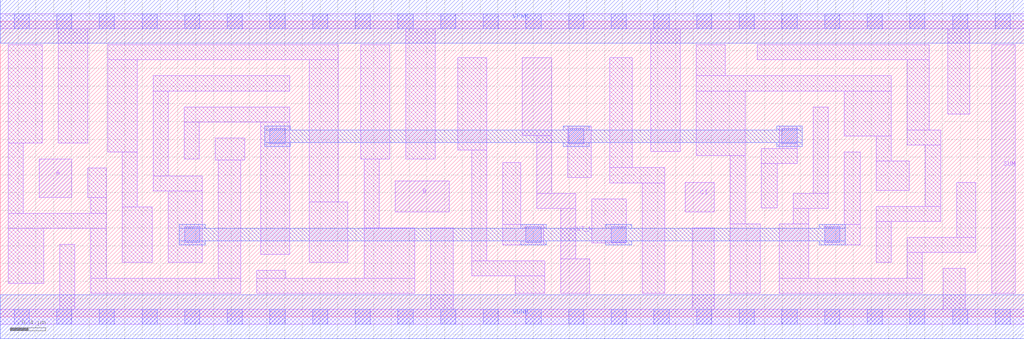
<source format=lef>
# Copyright 2020 The SkyWater PDK Authors
#
# Licensed under the Apache License, Version 2.0 (the "License");
# you may not use this file except in compliance with the License.
# You may obtain a copy of the License at
#
#     https://www.apache.org/licenses/LICENSE-2.0
#
# Unless required by applicable law or agreed to in writing, software
# distributed under the License is distributed on an "AS IS" BASIS,
# WITHOUT WARRANTIES OR CONDITIONS OF ANY KIND, either express or implied.
# See the License for the specific language governing permissions and
# limitations under the License.
#
# SPDX-License-Identifier: Apache-2.0

VERSION 5.7 ;
  NAMESCASESENSITIVE ON ;
  NOWIREEXTENSIONATPIN ON ;
  DIVIDERCHAR "/" ;
  BUSBITCHARS "[]" ;
UNITS
  DATABASE MICRONS 200 ;
END UNITS
MACRO sky130_fd_sc_lp__fahcon_1
  CLASS CORE ;
  FOREIGN sky130_fd_sc_lp__fahcon_1 ;
  ORIGIN  0.000000  0.000000 ;
  SIZE  11.52000 BY  3.330000 ;
  SYMMETRY X Y R90 ;
  SITE unit ;
  PIN A
    ANTENNAGATEAREA  0.315000 ;
    DIRECTION INPUT ;
    USE SIGNAL ;
    PORT
      LAYER li1 ;
        RECT 0.440000 1.345000 0.805000 1.780000 ;
    END
  END A
  PIN B
    ANTENNAGATEAREA  1.005000 ;
    DIRECTION INPUT ;
    USE SIGNAL ;
    PORT
      LAYER li1 ;
        RECT 4.445000 1.180000 5.050000 1.530000 ;
    END
  END B
  PIN CI
    ANTENNAGATEAREA  0.561000 ;
    DIRECTION INPUT ;
    USE SIGNAL ;
    PORT
      LAYER li1 ;
        RECT 7.705000 1.180000 8.035000 1.515000 ;
    END
  END CI
  PIN COUT_N
    ANTENNADIFFAREA  1.035600 ;
    DIRECTION OUTPUT ;
    USE SIGNAL ;
    PORT
      LAYER li1 ;
        RECT 5.875000 2.040000 6.205000 2.920000 ;
        RECT 6.035000 1.220000 6.475000 1.390000 ;
        RECT 6.035000 1.390000 6.205000 2.040000 ;
        RECT 6.305000 0.265000 6.635000 0.650000 ;
        RECT 6.305000 0.650000 6.475000 1.220000 ;
    END
  END COUT_N
  PIN SUM
    ANTENNADIFFAREA  0.579600 ;
    DIRECTION OUTPUT ;
    USE SIGNAL ;
    PORT
      LAYER li1 ;
        RECT 11.155000 0.265000 11.420000 3.065000 ;
    END
  END SUM
  PIN VGND
    DIRECTION INOUT ;
    USE GROUND ;
    PORT
      LAYER met1 ;
        RECT 0.000000 -0.245000 11.520000 0.245000 ;
    END
  END VGND
  PIN VPWR
    DIRECTION INOUT ;
    USE POWER ;
    PORT
      LAYER met1 ;
        RECT 0.000000 3.085000 11.520000 3.575000 ;
    END
  END VPWR
  OBS
    LAYER li1 ;
      RECT  0.000000 -0.085000 11.520000 0.085000 ;
      RECT  0.000000  3.245000 11.520000 3.415000 ;
      RECT  0.090000  0.375000  0.490000 0.995000 ;
      RECT  0.090000  0.995000  1.190000 1.165000 ;
      RECT  0.090000  1.165000  0.260000 1.960000 ;
      RECT  0.090000  1.960000  0.475000 3.065000 ;
      RECT  0.655000  1.960000  0.985000 3.245000 ;
      RECT  0.670000  0.085000  0.840000 0.815000 ;
      RECT  0.985000  1.345000  1.190000 1.675000 ;
      RECT  1.020000  0.265000  2.705000 0.435000 ;
      RECT  1.020000  0.435000  1.190000 0.995000 ;
      RECT  1.020000  1.165000  1.190000 1.345000 ;
      RECT  1.210000  1.855000  1.540000 2.895000 ;
      RECT  1.210000  2.895000  3.805000 3.065000 ;
      RECT  1.370000  0.615000  1.710000 1.235000 ;
      RECT  1.370000  1.235000  1.540000 1.855000 ;
      RECT  1.720000  1.415000  2.275000 1.585000 ;
      RECT  1.720000  1.585000  1.890000 2.545000 ;
      RECT  1.720000  2.545000  3.260000 2.715000 ;
      RECT  1.890000  0.615000  2.275000 1.415000 ;
      RECT  2.070000  1.775000  2.240000 2.195000 ;
      RECT  2.070000  2.195000  3.260000 2.365000 ;
      RECT  2.420000  1.765000  2.750000 2.015000 ;
      RECT  2.455000  0.435000  2.705000 1.765000 ;
      RECT  2.885000  0.265000  4.665000 0.435000 ;
      RECT  2.885000  0.435000  3.215000 0.525000 ;
      RECT  2.930000  0.705000  3.260000 2.195000 ;
      RECT  3.475000  0.615000  3.910000 1.295000 ;
      RECT  3.475000  1.295000  3.805000 2.895000 ;
      RECT  4.055000  1.775000  4.385000 3.065000 ;
      RECT  4.095000  0.435000  4.665000 1.000000 ;
      RECT  4.095000  1.000000  4.265000 1.775000 ;
      RECT  4.565000  1.775000  4.895000 3.245000 ;
      RECT  4.845000  0.085000  5.095000 1.000000 ;
      RECT  5.145000  1.880000  5.475000 2.920000 ;
      RECT  5.305000  0.460000  6.125000 0.630000 ;
      RECT  5.305000  0.630000  5.475000 1.880000 ;
      RECT  5.655000  0.810000  6.115000 1.040000 ;
      RECT  5.655000  1.040000  5.855000 1.740000 ;
      RECT  5.795000  0.265000  6.125000 0.460000 ;
      RECT  6.385000  1.570000  6.650000 2.150000 ;
      RECT  6.655000  0.830000  7.045000 1.330000 ;
      RECT  6.860000  1.510000  7.475000 1.680000 ;
      RECT  6.860000  1.680000  7.110000 2.920000 ;
      RECT  7.225000  0.265000  7.475000 1.510000 ;
      RECT  7.320000  1.860000  7.650000 3.245000 ;
      RECT  7.785000  0.085000  8.035000 1.000000 ;
      RECT  7.830000  1.815000  8.385000 2.545000 ;
      RECT  7.830000  2.545000 10.025000 2.715000 ;
      RECT  7.830000  2.715000  8.160000 3.065000 ;
      RECT  8.215000  0.265000  8.550000 1.045000 ;
      RECT  8.215000  1.045000  8.385000 1.815000 ;
      RECT  8.520000  2.895000 10.455000 3.065000 ;
      RECT  8.565000  1.225000  8.745000 1.725000 ;
      RECT  8.565000  1.725000  8.965000 1.895000 ;
      RECT  8.765000  0.265000 10.375000 0.435000 ;
      RECT  8.765000  0.435000  9.095000 1.045000 ;
      RECT  8.765000  1.895000  8.965000 2.150000 ;
      RECT  8.925000  1.045000  9.095000 1.220000 ;
      RECT  8.925000  1.220000  9.315000 1.390000 ;
      RECT  9.145000  1.390000  9.315000 2.365000 ;
      RECT  9.275000  0.810000  9.675000 1.040000 ;
      RECT  9.495000  1.040000  9.675000 1.855000 ;
      RECT  9.495000  2.035000 10.025000 2.545000 ;
      RECT  9.855000  0.615000 10.025000 1.075000 ;
      RECT  9.855000  1.075000 10.580000 1.245000 ;
      RECT  9.855000  1.425000 10.230000 1.755000 ;
      RECT  9.855000  1.755000 10.025000 2.035000 ;
      RECT 10.205000  0.435000 10.375000 0.725000 ;
      RECT 10.205000  0.725000 10.975000 0.895000 ;
      RECT 10.205000  1.935000 10.580000 2.105000 ;
      RECT 10.205000  2.105000 10.455000 2.895000 ;
      RECT 10.410000  1.245000 10.580000 1.935000 ;
      RECT 10.610000  0.085000 10.860000 0.545000 ;
      RECT 10.660000  2.285000 10.910000 3.245000 ;
      RECT 10.760000  0.895000 10.975000 1.515000 ;
    LAYER mcon ;
      RECT  0.155000 -0.085000  0.325000 0.085000 ;
      RECT  0.155000  3.245000  0.325000 3.415000 ;
      RECT  0.635000 -0.085000  0.805000 0.085000 ;
      RECT  0.635000  3.245000  0.805000 3.415000 ;
      RECT  1.115000 -0.085000  1.285000 0.085000 ;
      RECT  1.115000  3.245000  1.285000 3.415000 ;
      RECT  1.595000 -0.085000  1.765000 0.085000 ;
      RECT  1.595000  3.245000  1.765000 3.415000 ;
      RECT  2.075000 -0.085000  2.245000 0.085000 ;
      RECT  2.075000  0.840000  2.245000 1.010000 ;
      RECT  2.075000  3.245000  2.245000 3.415000 ;
      RECT  2.555000 -0.085000  2.725000 0.085000 ;
      RECT  2.555000  3.245000  2.725000 3.415000 ;
      RECT  3.035000 -0.085000  3.205000 0.085000 ;
      RECT  3.035000  1.950000  3.205000 2.120000 ;
      RECT  3.035000  3.245000  3.205000 3.415000 ;
      RECT  3.515000 -0.085000  3.685000 0.085000 ;
      RECT  3.515000  3.245000  3.685000 3.415000 ;
      RECT  3.995000 -0.085000  4.165000 0.085000 ;
      RECT  3.995000  3.245000  4.165000 3.415000 ;
      RECT  4.475000 -0.085000  4.645000 0.085000 ;
      RECT  4.475000  3.245000  4.645000 3.415000 ;
      RECT  4.955000 -0.085000  5.125000 0.085000 ;
      RECT  4.955000  3.245000  5.125000 3.415000 ;
      RECT  5.435000 -0.085000  5.605000 0.085000 ;
      RECT  5.435000  3.245000  5.605000 3.415000 ;
      RECT  5.915000 -0.085000  6.085000 0.085000 ;
      RECT  5.915000  0.840000  6.085000 1.010000 ;
      RECT  5.915000  3.245000  6.085000 3.415000 ;
      RECT  6.395000 -0.085000  6.565000 0.085000 ;
      RECT  6.395000  1.950000  6.565000 2.120000 ;
      RECT  6.395000  3.245000  6.565000 3.415000 ;
      RECT  6.875000 -0.085000  7.045000 0.085000 ;
      RECT  6.875000  0.840000  7.045000 1.010000 ;
      RECT  6.875000  3.245000  7.045000 3.415000 ;
      RECT  7.355000 -0.085000  7.525000 0.085000 ;
      RECT  7.355000  3.245000  7.525000 3.415000 ;
      RECT  7.835000 -0.085000  8.005000 0.085000 ;
      RECT  7.835000  3.245000  8.005000 3.415000 ;
      RECT  8.315000 -0.085000  8.485000 0.085000 ;
      RECT  8.315000  3.245000  8.485000 3.415000 ;
      RECT  8.795000 -0.085000  8.965000 0.085000 ;
      RECT  8.795000  1.950000  8.965000 2.120000 ;
      RECT  8.795000  3.245000  8.965000 3.415000 ;
      RECT  9.275000 -0.085000  9.445000 0.085000 ;
      RECT  9.275000  0.840000  9.445000 1.010000 ;
      RECT  9.275000  3.245000  9.445000 3.415000 ;
      RECT  9.755000 -0.085000  9.925000 0.085000 ;
      RECT  9.755000  3.245000  9.925000 3.415000 ;
      RECT 10.235000 -0.085000 10.405000 0.085000 ;
      RECT 10.235000  3.245000 10.405000 3.415000 ;
      RECT 10.715000 -0.085000 10.885000 0.085000 ;
      RECT 10.715000  3.245000 10.885000 3.415000 ;
      RECT 11.195000 -0.085000 11.365000 0.085000 ;
      RECT 11.195000  3.245000 11.365000 3.415000 ;
    LAYER met1 ;
      RECT 2.015000 0.810000 2.305000 0.855000 ;
      RECT 2.015000 0.855000 9.505000 0.995000 ;
      RECT 2.015000 0.995000 2.305000 1.040000 ;
      RECT 2.975000 1.920000 3.265000 1.965000 ;
      RECT 2.975000 1.965000 9.025000 2.105000 ;
      RECT 2.975000 2.105000 3.265000 2.150000 ;
      RECT 5.855000 0.810000 6.145000 0.855000 ;
      RECT 5.855000 0.995000 6.145000 1.040000 ;
      RECT 6.335000 1.920000 6.625000 1.965000 ;
      RECT 6.335000 2.105000 6.625000 2.150000 ;
      RECT 6.815000 0.810000 7.105000 0.855000 ;
      RECT 6.815000 0.995000 7.105000 1.040000 ;
      RECT 8.735000 1.920000 9.025000 1.965000 ;
      RECT 8.735000 2.105000 9.025000 2.150000 ;
      RECT 9.215000 0.810000 9.505000 0.855000 ;
      RECT 9.215000 0.995000 9.505000 1.040000 ;
  END
END sky130_fd_sc_lp__fahcon_1
END LIBRARY

</source>
